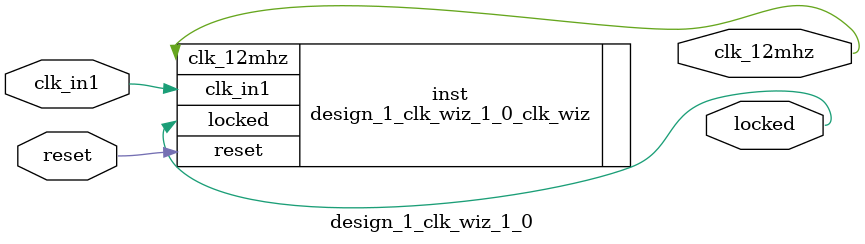
<source format=v>


`timescale 1ps/1ps

(* CORE_GENERATION_INFO = "design_1_clk_wiz_1_0,clk_wiz_v6_0_5_0_0,{component_name=design_1_clk_wiz_1_0,use_phase_alignment=true,use_min_o_jitter=false,use_max_i_jitter=false,use_dyn_phase_shift=false,use_inclk_switchover=false,use_dyn_reconfig=false,enable_axi=0,feedback_source=FDBK_AUTO,PRIMITIVE=MMCM,num_out_clk=1,clkin1_period=10.000,clkin2_period=10.000,use_power_down=false,use_reset=true,use_locked=true,use_inclk_stopped=false,feedback_type=SINGLE,CLOCK_MGR_TYPE=NA,manual_override=false}" *)

module design_1_clk_wiz_1_0 
 (
  // Clock out ports
  output        clk_12mhz,
  // Status and control signals
  input         reset,
  output        locked,
 // Clock in ports
  input         clk_in1
 );

  design_1_clk_wiz_1_0_clk_wiz inst
  (
  // Clock out ports  
  .clk_12mhz(clk_12mhz),
  // Status and control signals               
  .reset(reset), 
  .locked(locked),
 // Clock in ports
  .clk_in1(clk_in1)
  );

endmodule

</source>
